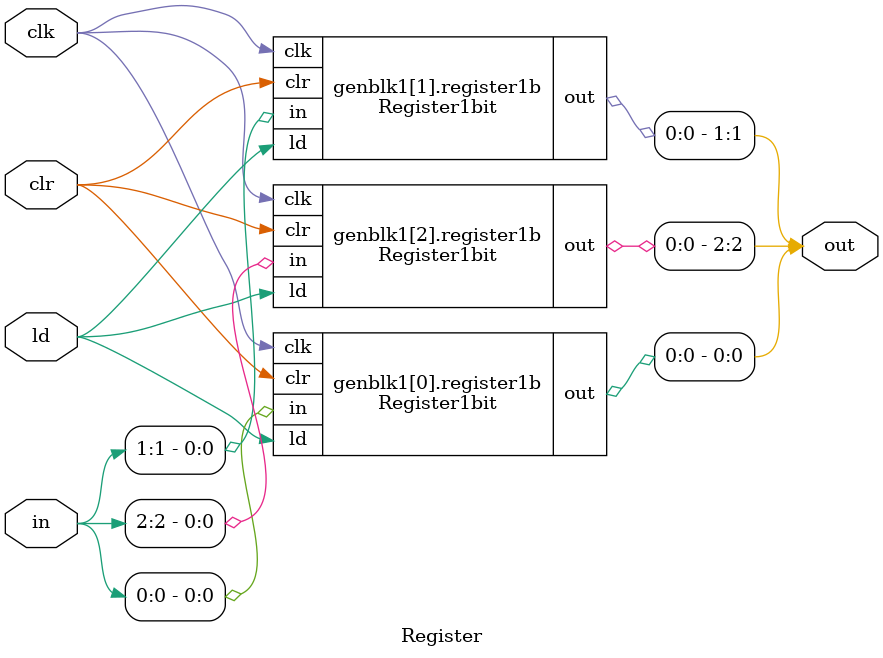
<source format=v>
`timescale 1ns/1ns
module Register1bit(input clk, clr, in, ld, output out);
  S2 s2(clk, clr, out, in, 1'b0, 1'b0, 1'b0, 1'b0, 1'b1, ld, out);
endmodule

module Register(input clk, clr, ld, input [2:0] in, output [2:0] out);
  genvar i;
  generate
    for(i = 2; i > -1; i = i - 1)begin
      Register1bit register1b(clk, clr, in[i], ld, out[i]);
    end
  endgenerate
endmodule


</source>
